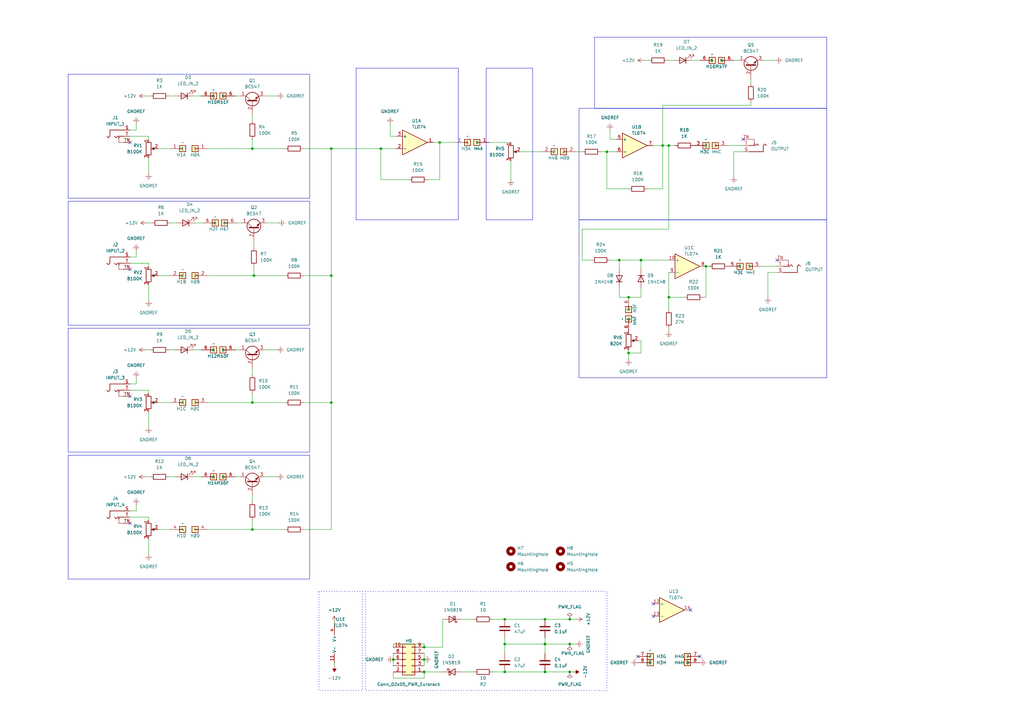
<source format=kicad_sch>
(kicad_sch (version 20230121) (generator eeschema)
  (paper "A3")
  (lib_symbols
    (symbol "Amplifier_Operational:TL074" (pin_names (offset 0.127))
      (property "Reference" "U" (at 0 5.08 0))
      (property "Value" "TL074" (at 0 -5.08 0))
      (symbol "TL074_1_1"
        (pin output line (at 7.62 0 180) (length 2.54) (name "~") (number "1"))
        (pin input line (at -7.62 -2.54 0) (length 2.54) (name "-") (number "2"))
        (pin input line (at -7.62 2.54 0) (length 2.54) (name "+") (number "3"))
      )
      (symbol "TL074_2_1"
        (pin input line (at -7.62 2.54 0) (length 2.54) (name "+") (number "5"))
        (pin input line (at -7.62 -2.54 0) (length 2.54) (name "-") (number "6"))
        (pin output line (at 7.62 0 180) (length 2.54) (name "~") (number "7"))
      )
      (symbol "TL074_3_1"
        (pin input line (at -7.62 2.54 0) (length 2.54) (name "+") (number "10"))
        (pin output line (at 7.62 0 180) (length 2.54) (name "~") (number "8"))
        (pin input line (at -7.62 -2.54 0) (length 2.54) (name "-") (number "9"))
      )
      (symbol "TL074_4_1"
        (pin input line (at -7.62 2.54 0) (length 2.54) (name "+") (number "12"))
        (pin input line (at -7.62 -2.54 0) (length 2.54) (name "-") (number "13"))
        (pin output line (at 7.62 0 180) (length 2.54) (name "~") (number "14"))
      )
      (symbol "TL074_5_1"
        (pin power_in line (at -2.54 -7.62 90) (length 3.81) (name "V-") (number "11"))
        (pin power_in line (at -2.54 7.62 270) (length 3.81) (name "V+") (number "4"))
      )
    )
    (symbol "Device:C" (pin_numbers hide) (pin_names (offset 0.254))
      (property "Reference" "C" (at 0.635 2.54 0))
      (property "Value" "C" (at 0.635 -2.54 0))
      (symbol "C_1_1"
        (pin passive line (at 0 3.81 270) (length 2.794) (name "~") (number "1"))
        (pin passive line (at 0 -3.81 90) (length 2.794) (name "~") (number "2"))
      )
    )
    (symbol "Device:LED" (pin_numbers hide) (pin_names (offset 1.016) hide)
      (property "Reference" "D" (at 0 2.54 0))
      (property "Value" "LED" (at 0 -2.54 0))
      (symbol "LED_1_1"
        (pin passive line (at -3.81 0 0) (length 2.54) (name "K") (number "1"))
        (pin passive line (at 3.81 0 180) (length 2.54) (name "A") (number "2"))
      )
    )
    (symbol "Device:R" (pin_numbers hide) (pin_names (offset 0))
      (property "Reference" "R" (at 2.032 0 90))
      (property "Value" "R" (at 0 0 90))
      (symbol "R_1_1"
        (pin passive line (at 0 3.81 270) (length 1.27) (name "~") (number "1"))
        (pin passive line (at 0 -3.81 90) (length 1.27) (name "~") (number "2"))
      )
    )
    (symbol "Device:R_Potentiometer" (pin_names (offset 1.016) hide)
      (property "Reference" "RV" (at -4.445 0 90))
      (property "Value" "R_Potentiometer" (at -2.54 0 90))
      (symbol "R_Potentiometer_1_1"
        (pin passive line (at 0 3.81 270) (length 1.27) (name "1") (number "1"))
        (pin passive line (at 3.81 0 180) (length 1.27) (name "2") (number "2"))
        (pin passive line (at 0 -3.81 90) (length 1.27) (name "3") (number "3"))
      )
    )
    (symbol "Diode:1N4148" (pin_numbers hide) (pin_names hide)
      (property "Reference" "D" (at 0 2.54 0))
      (property "Value" "1N4148" (at 0 -2.54 0))
      (symbol "1N4148_1_1"
        (pin passive line (at -3.81 0 0) (length 2.54) (name "K") (number "1"))
        (pin passive line (at 3.81 0 180) (length 2.54) (name "A") (number "2"))
      )
    )
    (symbol "Diode:1N5819" (pin_numbers hide) (pin_names (offset 1.016) hide)
      (property "Reference" "D" (at 0 2.54 0))
      (property "Value" "1N5819" (at 0 -2.54 0))
      (symbol "1N5819_1_1"
        (pin passive line (at -3.81 0 0) (length 2.54) (name "K") (number "1"))
        (pin passive line (at 3.81 0 180) (length 2.54) (name "A") (number "2"))
      )
    )
    (symbol "Mechanical:MountingHole" (pin_names (offset 1.016))
      (property "Reference" "H" (at 0 5.08 0))
      (property "Value" "MountingHole" (at 0 3.175 0))
    )
    (symbol "Synth_Custom:AudioJack2_PJ398SM"
      (property "Reference" "J" (at 0 8.89 0))
      (property "Value" "AudioJack2_PJ398SM" (at 0 6.35 0))
      (symbol "AudioJack2_PJ398SM_1_1"
        (pin passive line (at 5.08 2.54 180) (length 2.54) (name "~") (number "S"))
        (pin passive line (at 5.08 0 180) (length 2.54) (name "~") (number "T"))
        (pin passive line (at 5.08 -2.54 180) (length 2.54) (name "~") (number "TN"))
      )
    )
    (symbol "Synth_Custom:CONN_Header_01x08"
      (property "Reference" "H" (at 2.54 0 0))
      (symbol "CONN_Header_01x08_1_1"
        (pin passive line (at -5.08 0 0) (length 3.81) (name "1") (number "1"))
      )
      (symbol "CONN_Header_01x08_2_1"
        (pin passive line (at -5.08 0 0) (length 3.81) (name "2") (number "2"))
      )
      (symbol "CONN_Header_01x08_3_1"
        (pin passive line (at -5.08 0 0) (length 3.81) (name "3") (number "3"))
      )
      (symbol "CONN_Header_01x08_4_1"
        (pin passive line (at -5.08 0 0) (length 3.81) (name "4") (number "4"))
      )
      (symbol "CONN_Header_01x08_5_1"
        (pin passive line (at -5.08 0 0) (length 3.81) (name "5") (number "5"))
      )
      (symbol "CONN_Header_01x08_6_1"
        (pin passive line (at -5.08 0 0) (length 3.81) (name "6") (number "6"))
      )
      (symbol "CONN_Header_01x08_7_1"
        (pin passive line (at -5.08 0 0) (length 3.81) (name "7") (number "7"))
      )
      (symbol "CONN_Header_01x08_8_1"
        (pin passive line (at -5.08 0 0) (length 3.81) (name "8") (number "8"))
      )
    )
    (symbol "Synth_Custom:CONN_Socket_01x08"
      (property "Reference" "H" (at 2.54 0 0))
      (symbol "CONN_Socket_01x08_1_1"
        (pin passive line (at -5.08 0 0) (length 3.81) (name "1") (number "1"))
      )
      (symbol "CONN_Socket_01x08_2_1"
        (pin passive line (at -5.08 0 0) (length 3.81) (name "2") (number "2"))
      )
      (symbol "CONN_Socket_01x08_3_1"
        (pin passive line (at -5.08 0 0) (length 3.81) (name "3") (number "3"))
      )
      (symbol "CONN_Socket_01x08_4_1"
        (pin passive line (at -5.08 0 0) (length 3.81) (name "4") (number "4"))
      )
      (symbol "CONN_Socket_01x08_5_1"
        (pin passive line (at -5.08 0 0) (length 3.81) (name "5") (number "5"))
      )
      (symbol "CONN_Socket_01x08_6_1"
        (pin passive line (at -5.08 0 0) (length 3.81) (name "6") (number "6"))
      )
      (symbol "CONN_Socket_01x08_7_1"
        (pin passive line (at -5.08 0 0) (length 3.81) (name "7") (number "7"))
      )
      (symbol "CONN_Socket_01x08_8_1"
        (pin passive line (at -5.08 0 0) (length 3.81) (name "8") (number "8"))
      )
    )
    (symbol "Synth_Custom:Conn_02x05_PWR_Eurorack" (pin_names (offset 1.016) hide)
      (property "Reference" "H" (at 0 7.62 0))
      (property "Value" "Conn_02x05_PWR_Eurorack" (at 1.27 -7.62 0))
      (symbol "Conn_02x05_PWR_Eurorack_1_1"
        (pin passive line (at -6.35 5.08 0) (length 3.81) (name "Pin_1") (number "1"))
        (pin passive line (at 6.35 -5.08 180) (length 3.81) (name "Pin_10") (number "10"))
        (pin passive line (at 6.35 5.08 180) (length 3.81) (name "Pin_2") (number "2"))
        (pin passive line (at -6.35 2.54 0) (length 3.81) (name "Pin_3") (number "3"))
        (pin passive line (at 6.35 2.54 180) (length 3.81) (name "Pin_4") (number "4"))
        (pin passive line (at -6.35 0 0) (length 3.81) (name "Pin_5") (number "5"))
        (pin passive line (at 6.35 0 180) (length 3.81) (name "Pin_6") (number "6"))
        (pin passive line (at -6.35 -2.54 0) (length 3.81) (name "Pin_7") (number "7"))
        (pin passive line (at 6.35 -2.54 180) (length 3.81) (name "Pin_8") (number "8"))
        (pin passive line (at -6.35 -5.08 0) (length 3.81) (name "Pin_9") (number "9"))
      )
    )
    (symbol "Transistor_BJT:BC547" (pin_names (offset 0) hide)
      (property "Reference" "Q" (at 5.08 1.905 0))
      (property "Value" "BC547" (at 5.08 0 0))
      (symbol "BC547_1_1"
        (pin passive line (at 2.54 5.08 270) (length 2.54) (name "C") (number "1"))
        (pin input line (at -5.08 0 0) (length 5.08) (name "B") (number "2"))
        (pin passive line (at 2.54 -5.08 90) (length 2.54) (name "E") (number "3"))
      )
    )
    (symbol "power:+12V" (power) (pin_names (offset 0))
      (property "Value" "+12V" (at 0 3.556 0))
      (symbol "+12V_1_1"
        (pin power_in line (at 0 0 90) (length 0) hide (name "+12V") (number "1"))
      )
    )
    (symbol "power:-12V" (power) (pin_names (offset 0))
      (property "Value" "-12V" (at 0 3.81 0))
      (symbol "-12V_0_0"
        (pin power_in line (at 0 0 90) (length 0) hide (name "-12V") (number "1"))
      )
    )
    (symbol "power:GNDREF" (power) (pin_names (offset 0))
      (property "Value" "GNDREF" (at 0 -3.81 0))
      (symbol "GNDREF_1_1"
        (pin power_in line (at 0 0 270) (length 0) hide (name "GNDREF") (number "1"))
      )
    )
    (symbol "power:PWR_FLAG" (power) (pin_numbers hide) (pin_names (offset 0) hide)
      (property "Value" "PWR_FLAG" (at 0 3.81 0))
      (symbol "PWR_FLAG_0_0"
        (pin power_out line (at 0 0 90) (length 0) (name "pwr") (number "1"))
      )
    )
  )
  (junction (at 104.14 113.03))
  (junction (at 207.01 275.59))
  (junction (at 207.01 254))
  (junction (at 103.505 60.96))
  (junction (at 135.89 60.96))
  (junction (at 207.01 264.16))
  (junction (at 223.52 275.59))
  (junction (at 173.99 275.59))
  (junction (at 233.68 275.59))
  (junction (at 223.52 264.16))
  (junction (at 233.68 254))
  (junction (at 223.52 254))
  (junction (at 257.81 121.92))
  (junction (at 173.99 265.43))
  (junction (at 262.89 106.68))
  (junction (at 274.32 59.69))
  (junction (at 289.56 109.22))
  (junction (at 257.81 144.78))
  (junction (at 156.21 60.96))
  (junction (at 274.32 121.92))
  (junction (at 254 106.68))
  (junction (at 103.505 165.1))
  (junction (at 248.92 62.23))
  (junction (at 271.78 59.69))
  (junction (at 173.99 270.51))
  (junction (at 233.68 264.16))
  (junction (at 135.89 165.1))
  (junction (at 103.505 217.17))
  (junction (at 161.29 270.51))
  (junction (at 135.89 113.03))
  (junction (at 180.34 58.42))
  (no_connect (at 304.8 57.15))
  (no_connect (at 267.97 247.65))
  (no_connect (at 53.34 214.63))
  (no_connect (at 53.34 162.56))
  (no_connect (at 283.21 250.19))
  (no_connect (at 261.62 269.24))
  (no_connect (at 53.34 110.49))
  (no_connect (at 53.34 58.42))
  (no_connect (at 318.77 106.68))
  (no_connect (at 267.97 252.73))
  (no_connect (at 287.02 269.24))
  (wire (pts (xy 137.16 271.78) (xy 137.16 273.05)))
  (wire (pts (xy 53.34 160.02) (xy 60.96 160.02)))
  (wire (pts (xy 60.96 160.02) (xy 60.96 161.29)))
  (wire (pts (xy 167.64 73.66) (xy 156.21 73.66)))
  (wire (pts (xy 55.88 154.94) (xy 55.88 157.48)))
  (wire (pts (xy 85.09 217.17) (xy 103.505 217.17)))
  (wire (pts (xy 55.88 207.01) (xy 55.88 209.55)))
  (wire (pts (xy 307.975 43.18) (xy 307.975 41.91)))
  (wire (pts (xy 246.38 62.23) (xy 248.92 62.23)))
  (wire (pts (xy 60.96 64.77) (xy 60.96 71.12)))
  (wire (pts (xy 61.595 39.37) (xy 59.69 39.37)))
  (wire (pts (xy 69.85 91.44) (xy 72.39 91.44)))
  (wire (pts (xy 173.99 267.97) (xy 173.99 270.51)))
  (wire (pts (xy 60.96 212.09) (xy 60.96 213.36)))
  (wire (pts (xy 274.32 127) (xy 274.32 121.92)))
  (wire (pts (xy 104.14 99.06) (xy 104.14 101.6)))
  (wire (pts (xy 103.505 151.13) (xy 103.505 153.67)))
  (wire (pts (xy 207.01 275.59) (xy 223.52 275.59)))
  (wire (pts (xy 61.595 143.51) (xy 59.69 143.51)))
  (wire (pts (xy 300.99 62.23) (xy 300.99 72.39)))
  (wire (pts (xy 124.46 165.1) (xy 135.89 165.1)))
  (wire (pts (xy 103.505 213.36) (xy 103.505 217.17)))
  (wire (pts (xy 103.505 60.96) (xy 116.84 60.96)))
  (wire (pts (xy 79.375 143.51) (xy 82.55 143.51)))
  (wire (pts (xy 103.505 46.99) (xy 103.505 49.53)))
  (wire (pts (xy 69.215 195.58) (xy 71.755 195.58)))
  (wire (pts (xy 109.22 91.44) (xy 114.3 91.44)))
  (wire (pts (xy 103.505 217.17) (xy 116.84 217.17)))
  (wire (pts (xy 257.81 143.51) (xy 257.81 144.78)))
  (wire (pts (xy 60.96 116.84) (xy 60.96 123.19)))
  (wire (pts (xy 55.88 50.8) (xy 55.88 53.34)))
  (wire (pts (xy 238.76 106.68) (xy 242.57 106.68)))
  (wire (pts (xy 135.89 60.96) (xy 156.21 60.96)))
  (wire (pts (xy 280.67 121.92) (xy 274.32 121.92)))
  (wire (pts (xy 103.505 57.15) (xy 103.505 60.96)))
  (wire (pts (xy 273.685 24.765) (xy 276.225 24.765)))
  (wire (pts (xy 53.34 209.55) (xy 55.88 209.55)))
  (wire (pts (xy 79.375 39.37) (xy 82.55 39.37)))
  (wire (pts (xy 104.14 109.22) (xy 104.14 113.03)))
  (wire (pts (xy 62.23 91.44) (xy 60.325 91.44)))
  (wire (pts (xy 64.77 60.96) (xy 69.85 60.96)))
  (wire (pts (xy 271.78 43.18) (xy 307.975 43.18)))
  (wire (pts (xy 108.585 195.58) (xy 113.665 195.58)))
  (wire (pts (xy 180.34 58.42) (xy 177.8 58.42)))
  (wire (pts (xy 173.99 275.59) (xy 173.99 278.13)))
  (wire (pts (xy 223.52 275.59) (xy 233.68 275.59)))
  (wire (pts (xy 180.34 58.42) (xy 186.69 58.42)))
  (wire (pts (xy 250.19 106.68) (xy 254 106.68)))
  (wire (pts (xy 173.99 278.13) (xy 161.29 278.13)))
  (wire (pts (xy 60.96 168.91) (xy 60.96 175.26)))
  (wire (pts (xy 223.52 264.16) (xy 233.68 264.16)))
  (wire (pts (xy 53.34 55.88) (xy 60.96 55.88)))
  (wire (pts (xy 289.56 109.22) (xy 290.83 109.22)))
  (wire (pts (xy 79.375 195.58) (xy 82.55 195.58)))
  (wire (pts (xy 96.52 39.37) (xy 98.425 39.37)))
  (wire (pts (xy 108.585 39.37) (xy 113.665 39.37)))
  (wire (pts (xy 304.8 62.23) (xy 300.99 62.23)))
  (wire (pts (xy 96.52 143.51) (xy 98.425 143.51)))
  (wire (pts (xy 53.34 105.41) (xy 55.88 105.41)))
  (wire (pts (xy 124.46 113.03) (xy 135.89 113.03)))
  (wire (pts (xy 175.26 73.66) (xy 180.34 73.66)))
  (wire (pts (xy 189.23 275.59) (xy 194.31 275.59)))
  (wire (pts (xy 274.32 134.62) (xy 274.32 135.89)))
  (wire (pts (xy 274.32 93.98) (xy 238.76 93.98)))
  (wire (pts (xy 137.16 255.27) (xy 137.16 256.54)))
  (wire (pts (xy 262.89 118.11) (xy 262.89 121.92)))
  (wire (pts (xy 207.01 261.62) (xy 207.01 264.16)))
  (wire (pts (xy 209.55 66.04) (xy 209.55 73.66)))
  (wire (pts (xy 97.155 91.44) (xy 99.06 91.44)))
  (wire (pts (xy 248.92 62.23) (xy 252.73 62.23)))
  (wire (pts (xy 173.99 264.16) (xy 173.99 265.43)))
  (wire (pts (xy 96.52 195.58) (xy 98.425 195.58)))
  (wire (pts (xy 162.56 55.88) (xy 160.02 55.88)))
  (wire (pts (xy 233.68 275.59) (xy 234.95 275.59)))
  (wire (pts (xy 262.89 139.7) (xy 262.89 144.78)))
  (wire (pts (xy 283.845 24.765) (xy 287.02 24.765)))
  (wire (pts (xy 69.215 143.51) (xy 71.755 143.51)))
  (wire (pts (xy 271.78 59.69) (xy 274.32 59.69)))
  (wire (pts (xy 80.01 91.44) (xy 83.185 91.44)))
  (wire (pts (xy 135.89 217.17) (xy 135.89 165.1)))
  (wire (pts (xy 64.77 113.03) (xy 69.85 113.03)))
  (wire (pts (xy 161.29 267.97) (xy 161.29 270.51)))
  (wire (pts (xy 180.34 73.66) (xy 180.34 58.42)))
  (wire (pts (xy 53.34 212.09) (xy 60.96 212.09)))
  (wire (pts (xy 271.78 43.18) (xy 271.78 59.69)))
  (wire (pts (xy 103.505 161.29) (xy 103.505 165.1)))
  (wire (pts (xy 300.99 24.765) (xy 302.895 24.765)))
  (wire (pts (xy 312.42 109.22) (xy 318.77 109.22)))
  (wire (pts (xy 250.19 57.15) (xy 250.19 53.34)))
  (wire (pts (xy 64.77 217.17) (xy 69.85 217.17)))
  (wire (pts (xy 248.92 77.47) (xy 248.92 62.23)))
  (wire (pts (xy 223.52 254) (xy 233.68 254)))
  (wire (pts (xy 55.88 102.87) (xy 55.88 105.41)))
  (wire (pts (xy 313.055 24.765) (xy 318.135 24.765)))
  (wire (pts (xy 271.78 59.69) (xy 271.78 77.47)))
  (wire (pts (xy 156.21 60.96) (xy 162.56 60.96)))
  (wire (pts (xy 53.34 53.34) (xy 55.88 53.34)))
  (wire (pts (xy 274.32 59.69) (xy 276.86 59.69)))
  (wire (pts (xy 266.065 24.765) (xy 264.16 24.765)))
  (wire (pts (xy 274.32 121.92) (xy 274.32 111.76)))
  (wire (pts (xy 233.68 264.16) (xy 236.22 264.16)))
  (wire (pts (xy 262.89 144.78) (xy 257.81 144.78)))
  (wire (pts (xy 262.89 110.49) (xy 262.89 106.68)))
  (wire (pts (xy 173.99 265.43) (xy 181.61 265.43)))
  (wire (pts (xy 252.73 57.15) (xy 250.19 57.15)))
  (wire (pts (xy 271.78 77.47) (xy 265.43 77.47)))
  (wire (pts (xy 161.29 264.16) (xy 173.99 264.16)))
  (wire (pts (xy 104.14 113.03) (xy 116.84 113.03)))
  (wire (pts (xy 108.585 143.51) (xy 113.665 143.51)))
  (wire (pts (xy 156.21 73.66) (xy 156.21 60.96)))
  (wire (pts (xy 298.45 59.69) (xy 304.8 59.69)))
  (wire (pts (xy 207.01 264.16) (xy 207.01 267.97)))
  (wire (pts (xy 267.97 59.69) (xy 271.78 59.69)))
  (wire (pts (xy 181.61 265.43) (xy 181.61 254)))
  (wire (pts (xy 257.81 77.47) (xy 248.92 77.47)))
  (wire (pts (xy 85.09 165.1) (xy 103.505 165.1)))
  (wire (pts (xy 254 118.11) (xy 254 121.92)))
  (wire (pts (xy 201.93 275.59) (xy 207.01 275.59)))
  (wire (pts (xy 53.34 157.48) (xy 55.88 157.48)))
  (wire (pts (xy 257.81 144.78) (xy 257.81 147.32)))
  (wire (pts (xy 314.96 111.76) (xy 314.96 121.92)))
  (wire (pts (xy 124.46 217.17) (xy 135.89 217.17)))
  (wire (pts (xy 201.93 254) (xy 207.01 254)))
  (wire (pts (xy 161.29 265.43) (xy 161.29 264.16)))
  (wire (pts (xy 53.34 107.95) (xy 60.96 107.95)))
  (wire (pts (xy 233.68 254) (xy 236.22 254)))
  (wire (pts (xy 85.09 113.03) (xy 104.14 113.03)))
  (wire (pts (xy 69.215 39.37) (xy 71.755 39.37)))
  (wire (pts (xy 173.99 270.51) (xy 173.99 273.05)))
  (wire (pts (xy 254 106.68) (xy 262.89 106.68)))
  (wire (pts (xy 262.89 106.68) (xy 274.32 106.68)))
  (wire (pts (xy 207.01 264.16) (xy 223.52 264.16)))
  (wire (pts (xy 189.23 254) (xy 194.31 254)))
  (wire (pts (xy 60.96 220.98) (xy 60.96 227.33)))
  (wire (pts (xy 254 106.68) (xy 254 110.49)))
  (wire (pts (xy 61.595 195.58) (xy 59.69 195.58)))
  (wire (pts (xy 223.52 264.16) (xy 223.52 267.97)))
  (wire (pts (xy 60.96 55.88) (xy 60.96 57.15)))
  (wire (pts (xy 160.02 55.88) (xy 160.02 50.8)))
  (wire (pts (xy 288.29 121.92) (xy 289.56 121.92)))
  (wire (pts (xy 135.89 60.96) (xy 135.89 113.03)))
  (wire (pts (xy 223.52 261.62) (xy 223.52 264.16)))
  (wire (pts (xy 64.77 165.1) (xy 69.85 165.1)))
  (wire (pts (xy 289.56 109.22) (xy 289.56 121.92)))
  (wire (pts (xy 213.36 62.23) (xy 222.25 62.23)))
  (wire (pts (xy 236.22 62.23) (xy 238.76 62.23)))
  (wire (pts (xy 200.66 58.42) (xy 209.55 58.42)))
  (wire (pts (xy 274.32 59.69) (xy 274.32 93.98)))
  (wire (pts (xy 135.89 113.03) (xy 135.89 165.1)))
  (wire (pts (xy 85.09 60.96) (xy 103.505 60.96)))
  (wire (pts (xy 161.29 270.51) (xy 161.29 273.05)))
  (wire (pts (xy 238.76 93.98) (xy 238.76 106.68)))
  (wire (pts (xy 103.505 203.2) (xy 103.505 205.74)))
  (wire (pts (xy 254 121.92) (xy 257.81 121.92)))
  (wire (pts (xy 124.46 60.96) (xy 135.89 60.96)))
  (wire (pts (xy 60.96 107.95) (xy 60.96 109.22)))
  (wire (pts (xy 262.89 139.7) (xy 261.62 139.7)))
  (wire (pts (xy 307.975 32.385) (xy 307.975 34.29)))
  (wire (pts (xy 318.77 111.76) (xy 314.96 111.76)))
  (wire (pts (xy 173.99 275.59) (xy 181.61 275.59)))
  (wire (pts (xy 161.29 278.13) (xy 161.29 275.59)))
  (wire (pts (xy 207.01 254) (xy 223.52 254)))
  (wire (pts (xy 103.505 165.1) (xy 116.84 165.1)))
  (wire (pts (xy 257.81 121.92) (xy 262.89 121.92)))
  (rectangle (start 27.94 186.69) (end 127 237.49))
  (rectangle (start 237.49 90.17) (end 339.09 154.94))
  (rectangle (start 27.94 82.55) (end 127 133.35))
  (rectangle (start 149.86 242.57) (end 248.92 283.21) (stroke (width 0.25) (type dot)))
  (rectangle (start 199.39 27.94) (end 218.44 90.17))
  (rectangle (start 237.49 44.45) (end 339.09 90.17))
  (rectangle (start 146.05 27.94) (end 187.96 90.17))
  (rectangle (start 130.81 242.57) (end 148.59 283.21) (stroke (width 0.25) (type dot)))
  (rectangle (start 27.94 30.48) (end 127 81.28))
  (rectangle (start 27.94 134.62) (end 127 185.42))
  (rectangle (start 243.84 15.24) (end 339.09 44.45))
  (symbol (lib_id "Transistor_BJT:BC547") (at 104.14 93.98 90) (unit 1)
    (property "Reference" "Q2" (at 104.14 85.09 90))
    (property "Value" "BC547" (at 104.14 87.63 90))
    (property "Footprint" "Package_TO_SOT_THT:TO-92_Inline" (effects hide))
    (property "Datasheet" "https://www.onsemi.com/pub/Collateral/BC550-D.pdf" (effects hide))
  )
  (symbol (lib_id "power:GNDREF") (at 209.55 73.66 0) (unit 1)
    (property "Reference" "#PWR031" (effects hide))
    (property "Value" "GNDREF" (at 209.55 78.74 0))
  )
  (symbol (lib_id "power:+12V") (at 59.69 143.51 90) (unit 1)
    (property "Reference" "#PWR012" (effects hide))
    (property "Value" "+12V" (at 55.88 143.51 90) (effects (justify left)))
  )
  (symbol (lib_id "Device:R_Potentiometer") (at 209.55 62.23 0) (unit 1)
    (property "Reference" "RV5" (at 207.01 60.96 0) (effects (justify right)))
    (property "Value" "B100K" (at 207.01 63.5 0) (effects (justify right)))
    (property "Footprint" "Potentiometer_THT:Potentiometer_TT_P0915N" (effects hide))
  )
  (symbol (lib_id "power:-12V") (at 234.95 275.59 270) (unit 1)
    (property "Reference" "#PWR02" (effects hide))
    (property "Value" "-12V" (at 240.03 275.59 0))
  )
  (symbol (lib_id "Synth_Custom:CONN_Socket_01x08") (at 257.81 127 270) (unit 6)
    (property "Reference" "H3" (at 260.35 124.46 0) (effects (justify left)))
    (property "Value" "~" (at 260.35 127 0))
    (property "Footprint" "synth-custom:PinSocket_1x08_P2.00mm_Vertical" (effects hide))
  )
  (symbol (lib_id "Mechanical:MountingHole") (at 209.55 226.06 0) (unit 1)
    (property "Reference" "H7" (at 212.09 224.79 0) (effects (justify left)))
    (property "Value" "MountingHole" (at 212.09 227.33 0) (effects (justify left)))
    (property "Footprint" "MountingHole:MountingHole_3.5mm" (effects hide))
  )
  (symbol (lib_id "power:GNDREF") (at 55.88 154.94 180) (unit 1)
    (property "Reference" "#PWR08" (effects hide))
    (property "Value" "GNDREF" (at 55.88 149.86 0))
  )
  (symbol (lib_id "power:+12V") (at 59.69 39.37 90) (unit 1)
    (property "Reference" "#PWR013" (effects hide))
    (property "Value" "+12V" (at 55.88 39.37 90) (effects (justify left)))
  )
  (symbol (lib_id "power:GNDREF") (at 60.96 71.12 0) (unit 1)
    (property "Reference" "#PWR014" (effects hide))
    (property "Value" "GNDREF" (at 60.96 76.2 0))
  )
  (symbol (lib_id "Synth_Custom:CONN_Socket_01x08") (at 195.58 58.42 180) (unit 1)
    (property "Reference" "H4" (at 198.12 60.96 0) (effects (justify left)))
    (property "Value" "~" (at 195.58 60.96 0))
    (property "Footprint" "synth-custom:PinHeader_1x08_P2.00mm_Vertical" (effects hide))
  )
  (symbol (lib_id "Amplifier_Operational:TL074") (at 281.94 109.22 0) (unit 3)
    (property "Reference" "U1" (at 280.67 101.6 0) (effects (justify left)))
    (property "Value" "TL074" (at 280.67 104.14 0) (effects (justify left)))
    (property "Footprint" "Package_DIP:DIP-14_W7.62mm_Socket_LongPads" (effects hide))
    (property "Datasheet" "http://www.ti.com/lit/ds/symlink/tl071.pdf" (effects hide))
  )
  (symbol (lib_id "Synth_Custom:CONN_Header_01x08") (at 74.93 217.17 0) (unit 4)
    (property "Reference" "H1" (at 72.39 219.71 0) (effects (justify left)))
    (property "Value" "~" (at 74.93 214.63 0))
    (property "Footprint" "synth-custom:PinHeader_1x08_P2.00mm_Vertical" (effects hide))
  )
  (symbol (lib_id "Synth_Custom:CONN_Socket_01x08") (at 293.37 59.69 180) (unit 3)
    (property "Reference" "H4" (at 295.91 62.23 0) (effects (justify left)))
    (property "Value" "~" (at 293.37 62.23 0))
    (property "Footprint" "synth-custom:PinHeader_1x08_P2.00mm_Vertical" (effects hide))
  )
  (symbol (lib_id "Device:R") (at 103.505 157.48 180) (unit 1)
    (property "Reference" "R10" (at 106.045 156.21 0) (effects (justify right)))
    (property "Value" "100K" (at 106.045 158.75 0) (effects (justify right)))
    (property "Footprint" "synth-custom:R_Axial_DIN0207_L6.3mm_D2.5mm_P7.62mm_Horizontal" (effects hide))
  )
  (symbol (lib_id "Device:R") (at 103.505 209.55 180) (unit 1)
    (property "Reference" "R13" (at 106.045 208.28 0) (effects (justify right)))
    (property "Value" "100K" (at 106.045 210.82 0) (effects (justify right)))
    (property "Footprint" "synth-custom:R_Axial_DIN0207_L6.3mm_D2.5mm_P7.62mm_Horizontal" (effects hide))
  )
  (symbol (lib_id "power:+12V") (at 264.16 24.765 90) (unit 1)
    (property "Reference" "#PWR033" (effects hide))
    (property "Value" "+12V" (at 260.35 24.765 90) (effects (justify left)))
  )
  (symbol (lib_id "Mechanical:MountingHole") (at 229.87 232.41 0) (unit 1)
    (property "Reference" "H5" (at 232.41 231.14 0) (effects (justify left)))
    (property "Value" "MountingHole" (at 232.41 233.68 0) (effects (justify left)))
    (property "Footprint" "MountingHole:MountingHole_2.5mm" (effects hide))
  )
  (symbol (lib_id "Diode:1N5819") (at 185.42 275.59 0) (unit 1)
    (property "Reference" "D2" (at 185.1025 269.24 0))
    (property "Value" "1N5819" (at 185.1025 271.78 0))
    (property "Footprint" "Diode_THT:D_DO-41_SOD81_P10.16mm_Horizontal" (effects hide))
    (property "Datasheet" "http://www.vishay.com/docs/88525/1n5817.pdf" (effects hide))
  )
  (symbol (lib_id "Device:R") (at 120.65 113.03 90) (unit 1)
    (property "Reference" "R8" (at 120.65 106.68 90))
    (property "Value" "100K" (at 120.65 109.22 90))
    (property "Footprint" "synth-custom:R_Axial_DIN0207_L6.3mm_D2.5mm_P7.62mm_Horizontal" (effects hide))
  )
  (symbol (lib_id "Synth_Custom:CONN_Socket_01x08") (at 88.265 91.44 0) (unit 6)
    (property "Reference" "H2" (at 85.725 93.98 0) (effects (justify left)))
    (property "Value" "~" (at 88.265 88.9 0))
    (property "Footprint" "synth-custom:PinSocket_1x08_P2.00mm_Vertical" (effects hide))
  )
  (symbol (lib_id "power:+12V") (at 59.69 195.58 90) (unit 1)
    (property "Reference" "#PWR020" (effects hide))
    (property "Value" "+12V" (at 55.88 195.58 90) (effects (justify left)))
  )
  (symbol (lib_id "Device:R_Potentiometer") (at 60.96 60.96 0) (unit 1)
    (property "Reference" "RV1" (at 58.42 59.69 0) (effects (justify right)))
    (property "Value" "B100K" (at 58.42 62.23 0) (effects (justify right)))
    (property "Footprint" "Potentiometer_THT:Potentiometer_TT_P0915N" (effects hide))
  )
  (symbol (lib_id "Amplifier_Operational:TL074") (at 260.35 59.69 0) (unit 2)
    (property "Reference" "U1" (at 259.08 52.07 0) (effects (justify left)))
    (property "Value" "TL074" (at 259.08 54.61 0) (effects (justify left)))
    (property "Footprint" "Package_DIP:DIP-14_W7.62mm_Socket_LongPads" (effects hide))
    (property "Datasheet" "http://www.ti.com/lit/ds/symlink/tl071.pdf" (effects hide))
  )
  (symbol (lib_id "Synth_Custom:Conn_02x05_PWR_Eurorack") (at 167.64 270.51 180) (unit 1)
    (property "Reference" "H9" (at 167.64 262.89 0))
    (property "Value" "Conn_02x05_PWR_Eurorack" (at 167.64 280.67 0))
    (property "Footprint" "synth-custom:CONN_02x05_PWR" (effects hide))
  )
  (symbol (lib_id "power:GNDREF") (at 173.99 270.51 90) (unit 1)
    (property "Reference" "#PWR027" (effects hide))
    (property "Value" "GNDREF" (at 179.07 270.51 0))
  )
  (symbol (lib_id "Device:R") (at 66.04 91.44 90) (unit 1)
    (property "Reference" "R6" (at 66.04 85.09 90))
    (property "Value" "1K" (at 66.04 87.63 90))
    (property "Footprint" "synth-custom:R_Axial_DIN0207_L6.3mm_D2.5mm_P7.62mm_Horizontal" (effects hide))
  )
  (symbol (lib_id "Device:R") (at 198.12 275.59 90) (unit 1)
    (property "Reference" "R2" (at 198.12 280.67 90))
    (property "Value" "10" (at 198.12 278.13 90))
    (property "Footprint" "synth-custom:R_Axial_DIN0207_L6.3mm_D2.5mm_P7.62mm_Horizontal" (effects hide))
  )
  (symbol (lib_id "Device:R") (at 65.405 39.37 90) (unit 1)
    (property "Reference" "R3" (at 65.405 33.02 90))
    (property "Value" "1K" (at 65.405 35.56 90))
    (property "Footprint" "synth-custom:R_Axial_DIN0207_L6.3mm_D2.5mm_P7.62mm_Horizontal" (effects hide))
  )
  (symbol (lib_id "power:PWR_FLAG") (at 233.68 254 0) (unit 1)
    (property "Reference" "#FLG01" (effects hide))
    (property "Value" "PWR_FLAG" (at 233.68 248.92 0))
  )
  (symbol (lib_id "Device:R") (at 120.65 217.17 90) (unit 1)
    (property "Reference" "R14" (at 120.65 210.82 90))
    (property "Value" "100K" (at 120.65 213.36 90))
    (property "Footprint" "synth-custom:R_Axial_DIN0207_L6.3mm_D2.5mm_P7.62mm_Horizontal" (effects hide))
  )
  (symbol (lib_id "Diode:1N5819") (at 185.42 254 180) (unit 1)
    (property "Reference" "D1" (at 185.7375 247.65 0))
    (property "Value" "1N5819" (at 185.7375 250.19 0))
    (property "Footprint" "Diode_THT:D_DO-41_SOD81_P10.16mm_Horizontal" (effects hide))
    (property "Datasheet" "http://www.vishay.com/docs/88525/1n5817.pdf" (effects hide))
  )
  (symbol (lib_id "Transistor_BJT:BC547") (at 103.505 198.12 90) (unit 1)
    (property "Reference" "Q4" (at 103.505 189.23 90))
    (property "Value" "BC547" (at 103.505 191.77 90))
    (property "Footprint" "Package_TO_SOT_THT:TO-92_Inline" (effects hide))
    (property "Datasheet" "https://www.onsemi.com/pub/Collateral/BC550-D.pdf" (effects hide))
  )
  (symbol (lib_id "Device:R") (at 246.38 106.68 90) (unit 1)
    (property "Reference" "R24" (at 246.38 100.33 90))
    (property "Value" "100K" (at 246.38 102.87 90))
    (property "Footprint" "synth-custom:R_Axial_DIN0207_L6.3mm_D2.5mm_P7.62mm_Horizontal" (effects hide))
  )
  (symbol (lib_id "Synth_Custom:CONN_Socket_01x08") (at 87.63 195.58 0) (unit 6)
    (property "Reference" "H14" (at 85.09 198.12 0) (effects (justify left)))
    (property "Value" "~" (at 87.63 193.04 0))
    (property "Footprint" "synth-custom:PinSocket_1x08_P2.00mm_Vertical" (effects hide))
  )
  (symbol (lib_id "Device:R") (at 120.65 60.96 90) (unit 1)
    (property "Reference" "R5" (at 120.65 54.61 90))
    (property "Value" "100K" (at 120.65 57.15 90))
    (property "Footprint" "synth-custom:R_Axial_DIN0207_L6.3mm_D2.5mm_P7.62mm_Horizontal" (effects hide))
  )
  (symbol (lib_id "Device:C") (at 223.52 271.78 0) (unit 1)
    (property "Reference" "C4" (at 227.33 270.51 0) (effects (justify left)))
    (property "Value" "0.1uF" (at 227.33 273.05 0) (effects (justify left)))
    (property "Footprint" "Capacitor_THT:CP_Radial_D4.0mm_P2.00mm" (effects hide))
  )
  (symbol (lib_id "power:GNDREF") (at 250.19 53.34 180) (unit 1)
    (property "Reference" "#PWR030" (effects hide))
    (property "Value" "GNDREF" (at 250.19 48.26 0))
  )
  (symbol (lib_id "power:GNDREF") (at 314.96 121.92 0) (unit 1)
    (property "Reference" "#PWR024" (effects hide))
    (property "Value" "GNDREF" (at 314.96 127 0))
  )
  (symbol (lib_id "power:GNDREF") (at 318.135 24.765 90) (unit 1)
    (property "Reference" "#PWR034" (effects hide))
    (property "Value" "GNDREF" (at 321.945 24.765 90) (effects (justify right)))
  )
  (symbol (lib_id "Synth_Custom:CONN_Socket_01x08") (at 231.14 62.23 180) (unit 2)
    (property "Reference" "H3" (at 233.68 64.77 0) (effects (justify left)))
    (property "Value" "~" (at 231.14 64.77 0))
    (property "Footprint" "synth-custom:PinSocket_1x08_P2.00mm_Vertical" (effects hide))
  )
  (symbol (lib_id "power:GNDREF") (at 55.88 50.8 180) (unit 1)
    (property "Reference" "#PWR016" (effects hide))
    (property "Value" "GNDREF" (at 55.88 45.72 0))
  )
  (symbol (lib_id "power:PWR_FLAG") (at 233.68 264.16 180) (unit 1)
    (property "Reference" "#FLG03" (effects hide))
    (property "Value" "PWR_FLAG" (at 234.95 267.97 0))
  )
  (symbol (lib_id "Transistor_BJT:BC547") (at 103.505 146.05 90) (unit 1)
    (property "Reference" "Q3" (at 103.505 137.16 90))
    (property "Value" "BC547" (at 103.505 139.7 90))
    (property "Footprint" "Package_TO_SOT_THT:TO-92_Inline" (effects hide))
    (property "Datasheet" "https://www.onsemi.com/pub/Collateral/BC550-D.pdf" (effects hide))
  )
  (symbol (lib_id "power:GNDREF") (at 236.22 264.16 90) (unit 1)
    (property "Reference" "#PWR03" (effects hide))
    (property "Value" "GNDREF" (at 241.3 264.16 0))
  )
  (symbol (lib_id "Device:LED") (at 280.035 24.765 180) (unit 1)
    (property "Reference" "D7" (at 281.6225 17.145 0))
    (property "Value" "LED_IN_2" (at 281.6225 19.685 0))
    (property "Footprint" "LED_THT:LED_D3.0mm" (effects hide))
  )
  (symbol (lib_id "Synth_Custom:CONN_Socket_01x08") (at 281.94 269.24 180) (unit 7)
    (property "Reference" "H4" (at 280.67 269.24 0) (effects (justify left)))
    (property "Value" "~" (at 281.94 271.78 0))
    (property "Footprint" "synth-custom:PinHeader_1x08_P2.00mm_Vertical" (effects hide))
  )
  (symbol (lib_id "power:GNDREF") (at 113.665 39.37 90) (unit 1)
    (property "Reference" "#PWR015" (effects hide))
    (property "Value" "GNDREF" (at 117.475 39.37 90) (effects (justify right)))
  )
  (symbol (lib_id "Synth_Custom:AudioJack2_PJ398SM") (at 309.88 59.69 180) (unit 1)
    (property "Reference" "J5" (at 316.23 58.4835 0) (effects (justify right)))
    (property "Value" "OUTPUT" (at 316.23 61.0235 0) (effects (justify right)))
    (property "Footprint" "synth-custom:Jack_3.5mm_QingPu_WQP-PJ398SM_Vertical_CircularHoles" (effects hide))
  )
  (symbol (lib_id "Diode:1N4148") (at 262.89 114.3 270) (unit 1)
    (property "Reference" "D9" (at 265.43 113.03 90) (effects (justify left)))
    (property "Value" "1N4148" (at 265.43 115.57 90) (effects (justify left)))
    (property "Footprint" "Diode_THT:D_DO-35_SOD27_P7.62mm_Horizontal" (effects hide))
    (property "Datasheet" "https://assets.nexperia.com/documents/data-sheet/1N4148_1N4448.pdf" (effects hide))
    (property "Sim.Device" "D" (effects hide))
    (property "Sim.Pins" "1=K 2=A" (effects hide))
  )
  (symbol (lib_id "Synth_Custom:CONN_Header_01x08") (at 191.77 58.42 0) (unit 1)
    (property "Reference" "H3" (at 189.23 60.96 0) (effects (justify left)))
    (property "Value" "~" (at 191.77 55.88 0))
    (property "Footprint" "synth-custom:PinSocket_1x08_P2.00mm_Vertical" (effects hide))
  )
  (symbol (lib_id "power:GNDREF") (at 261.62 271.78 270) (unit 1)
    (property "Reference" "#PWR022" (effects hide))
    (property "Value" "GNDREF" (at 257.81 271.78 90) (effects (justify right)))
  )
  (symbol (lib_id "Amplifier_Operational:TL074") (at 170.18 58.42 0) (unit 1)
    (property "Reference" "U1" (at 168.91 49.53 0) (effects (justify left)))
    (property "Value" "TL074" (at 168.91 52.07 0) (effects (justify left)))
    (property "Footprint" "Package_DIP:DIP-14_W7.62mm_Socket_LongPads" (effects hide))
    (property "Datasheet" "http://www.ti.com/lit/ds/symlink/tl071.pdf" (effects hide))
  )
  (symbol (lib_id "Synth_Custom:CONN_Header_01x08") (at 91.44 195.58 180) (unit 6)
    (property "Reference" "H15" (at 91.44 198.12 0))
    (property "Value" "~" (at 91.44 198.12 0))
    (property "Footprint" "synth-custom:PinHeader_1x08_P2.00mm_Vertical" (effects hide))
  )
  (symbol (lib_id "Device:R") (at 65.405 195.58 90) (unit 1)
    (property "Reference" "R12" (at 65.405 189.23 90))
    (property "Value" "1K" (at 65.405 191.77 90))
    (property "Footprint" "synth-custom:R_Axial_DIN0207_L6.3mm_D2.5mm_P7.62mm_Horizontal" (effects hide))
  )
  (symbol (lib_id "Device:R") (at 65.405 143.51 90) (unit 1)
    (property "Reference" "R9" (at 65.405 137.16 90))
    (property "Value" "1K" (at 65.405 139.7 90))
    (property "Footprint" "synth-custom:R_Axial_DIN0207_L6.3mm_D2.5mm_P7.62mm_Horizontal" (effects hide))
  )
  (symbol (lib_id "Device:R") (at 261.62 77.47 90) (unit 1)
    (property "Reference" "R16" (at 261.62 71.12 90))
    (property "Value" "100K" (at 261.62 73.66 90))
    (property "Footprint" "synth-custom:R_Axial_DIN0207_L6.3mm_D2.5mm_P7.62mm_Horizontal" (effects hide))
  )
  (symbol (lib_id "Synth_Custom:CONN_Header_01x08") (at 266.7 271.78 0) (unit 8)
    (property "Reference" "H3" (at 269.24 271.78 0) (effects (justify left)))
    (property "Value" "~" (at 266.7 269.24 0))
    (property "Footprint" "synth-custom:PinSocket_1x08_P2.00mm_Vertical" (effects hide))
  )
  (symbol (lib_id "Device:R_Potentiometer") (at 60.96 165.1 0) (unit 1)
    (property "Reference" "RV3" (at 58.42 163.83 0) (effects (justify right)))
    (property "Value" "B100K" (at 58.42 166.37 0) (effects (justify right)))
    (property "Footprint" "Potentiometer_THT:Potentiometer_TT_P0915N" (effects hide))
  )
  (symbol (lib_id "power:GNDREF") (at 60.96 227.33 0) (unit 1)
    (property "Reference" "#PWR019" (effects hide))
    (property "Value" "GNDREF" (at 60.96 232.41 0))
  )
  (symbol (lib_id "power:GNDREF") (at 161.29 270.51 270) (unit 1)
    (property "Reference" "#PWR028" (effects hide))
    (property "Value" "GNDREF" (at 157.48 270.51 90) (effects (justify right)))
  )
  (symbol (lib_id "Device:R") (at 104.14 105.41 180) (unit 1)
    (property "Reference" "R7" (at 106.68 104.14 0) (effects (justify right)))
    (property "Value" "100K" (at 106.68 106.68 0) (effects (justify right)))
    (property "Footprint" "synth-custom:R_Axial_DIN0207_L6.3mm_D2.5mm_P7.62mm_Horizontal" (effects hide))
  )
  (symbol (lib_id "Transistor_BJT:BC547") (at 103.505 41.91 90) (unit 1)
    (property "Reference" "Q1" (at 103.505 33.02 90))
    (property "Value" "BC547" (at 103.505 35.56 90))
    (property "Footprint" "Package_TO_SOT_THT:TO-92_Inline" (effects hide))
    (property "Datasheet" "https://www.onsemi.com/pub/Collateral/BC550-D.pdf" (effects hide))
  )
  (symbol (lib_id "Synth_Custom:CONN_Socket_01x08") (at 80.01 113.03 180) (unit 2)
    (property "Reference" "H2" (at 80.01 115.57 0))
    (property "Value" "~" (at 80.01 115.57 0))
    (property "Footprint" "synth-custom:PinSocket_1x08_P2.00mm_Vertical" (effects hide))
  )
  (symbol (lib_id "Synth_Custom:AudioJack2_PJ398SM") (at 48.26 55.88 0) (unit 1)
    (property "Reference" "J1" (at 47.3075 48.26 0))
    (property "Value" "INPUT_1" (at 47.3075 50.8 0))
    (property "Footprint" "synth-custom:Jack_3.5mm_QingPu_WQP-PJ398SM_Vertical_CircularHoles" (effects hide))
  )
  (symbol (lib_id "Synth_Custom:AudioJack2_PJ398SM") (at 48.26 212.09 0) (unit 1)
    (property "Reference" "J4" (at 47.3075 204.47 0))
    (property "Value" "INPUT_4" (at 47.3075 207.01 0))
    (property "Footprint" "synth-custom:Jack_3.5mm_QingPu_WQP-PJ398SM_Vertical_CircularHoles" (effects hide))
  )
  (symbol (lib_id "Synth_Custom:AudioJack2_PJ398SM") (at 323.85 109.22 180) (unit 1)
    (property "Reference" "J6" (at 330.2 108.0135 0) (effects (justify right)))
    (property "Value" "OUTPUT" (at 330.2 110.5535 0) (effects (justify right)))
    (property "Footprint" "synth-custom:Jack_3.5mm_QingPu_WQP-PJ398SM_Vertical_CircularHoles" (effects hide))
  )
  (symbol (lib_id "Device:R_Potentiometer") (at 60.96 217.17 0) (unit 1)
    (property "Reference" "RV4" (at 58.42 215.9 0) (effects (justify right)))
    (property "Value" "B100K" (at 58.42 218.44 0) (effects (justify right)))
    (property "Footprint" "Potentiometer_THT:Potentiometer_TT_P0915N" (effects hide))
  )
  (symbol (lib_id "Synth_Custom:CONN_Header_01x08") (at 257.81 130.81 90) (unit 6)
    (property "Reference" "H4" (at 260.35 133.35 0) (effects (justify left)))
    (property "Value" "~" (at 255.27 130.81 0))
    (property "Footprint" "synth-custom:PinHeader_1x08_P2.00mm_Vertical" (effects hide))
  )
  (symbol (lib_id "power:GNDREF") (at 114.3 91.44 90) (unit 1)
    (property "Reference" "#PWR07" (effects hide))
    (property "Value" "GNDREF" (at 118.11 91.44 90) (effects (justify right)))
  )
  (symbol (lib_id "Device:R") (at 103.505 53.34 180) (unit 1)
    (property "Reference" "R4" (at 106.045 52.07 0) (effects (justify right)))
    (property "Value" "100K" (at 106.045 54.61 0) (effects (justify right)))
    (property "Footprint" "synth-custom:R_Axial_DIN0207_L6.3mm_D2.5mm_P7.62mm_Horizontal" (effects hide))
  )
  (symbol (lib_id "power:GNDREF") (at 287.02 271.78 90) (unit 1)
    (property "Reference" "#PWR023" (effects hide))
    (property "Value" "GNDREF" (at 290.83 271.78 90) (effects (justify right)))
  )
  (symbol (lib_id "Device:R_Potentiometer") (at 257.81 139.7 0) (unit 1)
    (property "Reference" "RV6" (at 255.27 138.43 0) (effects (justify right)))
    (property "Value" "B20K" (at 255.27 140.97 0) (effects (justify right)))
    (property "Footprint" "Potentiometer_THT:Potentiometer_TT_P0915N" (effects hide))
  )
  (symbol (lib_id "power:+12V") (at 60.325 91.44 90) (unit 1)
    (property "Reference" "#PWR06" (effects hide))
    (property "Value" "+12V" (at 56.515 91.44 90) (effects (justify left)))
  )
  (symbol (lib_id "power:GNDREF") (at 257.81 147.32 0) (unit 1)
    (property "Reference" "#PWR026" (effects hide))
    (property "Value" "GNDREF" (at 257.81 152.4 0))
  )
  (symbol (lib_id "Diode:1N4148") (at 254 114.3 90) (unit 1)
    (property "Reference" "D8" (at 248.92 113.03 90) (effects (justify right)))
    (property "Value" "1N4148" (at 243.84 115.57 90) (effects (justify right)))
    (property "Footprint" "Diode_THT:D_DO-35_SOD27_P7.62mm_Horizontal" (effects hide))
    (property "Datasheet" "https://assets.nexperia.com/documents/data-sheet/1N4148_1N4448.pdf" (effects hide))
    (property "Sim.Device" "D" (effects hide))
    (property "Sim.Pins" "1=K 2=A" (effects hide))
  )
  (symbol (lib_id "Device:LED") (at 75.565 39.37 180) (unit 1)
    (property "Reference" "D3" (at 77.1525 31.75 0))
    (property "Value" "LED_IN_2" (at 77.1525 34.29 0))
    (property "Footprint" "LED_THT:LED_D3.0mm" (effects hide))
  )
  (symbol (lib_id "power:GNDREF") (at 60.96 175.26 0) (unit 1)
    (property "Reference" "#PWR09" (effects hide))
    (property "Value" "GNDREF" (at 60.96 180.34 0))
  )
  (symbol (lib_id "power:GNDREF") (at 55.88 102.87 180) (unit 1)
    (property "Reference" "#PWR04" (effects hide))
    (property "Value" "GNDREF" (at 55.88 97.79 0))
  )
  (symbol (lib_id "power:GNDREF") (at 113.665 195.58 90) (unit 1)
    (property "Reference" "#PWR021" (effects hide))
    (property "Value" "GNDREF" (at 117.475 195.58 90) (effects (justify right)))
  )
  (symbol (lib_id "Synth_Custom:CONN_Header_01x08") (at 74.93 165.1 0) (unit 3)
    (property "Reference" "H1" (at 72.39 167.64 0) (effects (justify left)))
    (property "Value" "~" (at 74.93 162.56 0))
    (property "Footprint" "synth-custom:PinHeader_1x08_P2.00mm_Vertical" (effects hide))
  )
  (symbol (lib_id "Device:R") (at 269.875 24.765 90) (unit 1)
    (property "Reference" "R19" (at 269.875 18.415 90))
    (property "Value" "1K" (at 269.875 20.955 90))
    (property "Footprint" "synth-custom:R_Axial_DIN0207_L6.3mm_D2.5mm_P7.62mm_Horizontal" (effects hide))
  )
  (symbol (lib_id "Device:R") (at 171.45 73.66 90) (unit 1)
    (property "Reference" "R15" (at 171.45 67.31 90))
    (property "Value" "100K" (at 171.45 69.85 90))
    (property "Footprint" "synth-custom:R_Axial_DIN0207_L6.3mm_D2.5mm_P7.62mm_Horizontal" (effects hide))
  )
  (symbol (lib_id "Device:R") (at 280.67 59.69 90) (unit 1)
    (property "Reference" "R18" (at 280.67 53.34 90))
    (property "Value" "1K" (at 280.67 55.88 90))
    (property "Footprint" "synth-custom:R_Axial_DIN0207_L6.3mm_D2.5mm_P7.62mm_Horizontal" (effects hide))
  )
  (symbol (lib_id "Synth_Custom:CONN_Socket_01x08") (at 80.01 217.17 180) (unit 4)
    (property "Reference" "H2" (at 80.01 219.71 0))
    (property "Value" "~" (at 80.01 219.71 0))
    (property "Footprint" "synth-custom:PinSocket_1x08_P2.00mm_Vertical" (effects hide))
  )
  (symbol (lib_id "power:GNDREF") (at 274.32 135.89 0) (unit 1)
    (property "Reference" "#PWR025" (effects hide))
    (property "Value" "GNDREF" (at 274.32 140.97 0))
  )
  (symbol (lib_id "Synth_Custom:CONN_Header_01x08") (at 92.075 91.44 180) (unit 6)
    (property "Reference" "H1" (at 92.075 93.98 0))
    (property "Value" "~" (at 92.075 93.98 0))
    (property "Footprint" "synth-custom:PinHeader_1x08_P2.00mm_Vertical" (effects hide))
  )
  (symbol (lib_id "Transistor_BJT:BC547") (at 307.975 27.305 90) (unit 1)
    (property "Reference" "Q5" (at 307.975 18.415 90))
    (property "Value" "BC547" (at 307.975 20.955 90))
    (property "Footprint" "Package_TO_SOT_THT:TO-92_Inline" (effects hide))
    (property "Datasheet" "https://www.onsemi.com/pub/Collateral/BC550-D.pdf" (effects hide))
  )
  (symbol (lib_id "power:-12V") (at 137.16 273.05 180) (unit 1)
    (property "Reference" "#PWR011" (effects hide))
    (property "Value" "-12V" (at 137.16 278.13 0))
  )
  (symbol (lib_id "Synth_Custom:CONN_Header_01x08") (at 266.7 269.24 0) (unit 7)
    (property "Reference" "H3" (at 269.24 269.24 0) (effects (justify left)))
    (property "Value" "~" (at 266.7 266.7 0))
    (property "Footprint" "synth-custom:PinSocket_1x08_P2.00mm_Vertical" (effects hide))
  )
  (symbol (lib_id "Synth_Custom:CONN_Header_01x08") (at 74.93 60.96 0) (unit 1)
    (property "Reference" "H1" (at 72.39 63.5 0) (effects (justify left)))
    (property "Value" "~" (at 74.93 58.42 0))
    (property "Footprint" "synth-custom:PinHeader_1x08_P2.00mm_Vertical" (effects hide))
  )
  (symbol (lib_id "Mechanical:MountingHole") (at 229.87 226.06 0) (unit 1)
    (property "Reference" "H8" (at 232.41 224.79 0) (effects (justify left)))
    (property "Value" "MountingHole" (at 232.41 227.33 0) (effects (justify left)))
    (property "Footprint" "MountingHole:MountingHole_3.5mm" (effects hide))
  )
  (symbol (lib_id "power:+12V") (at 137.16 255.27 0) (unit 1)
    (property "Reference" "#PWR010" (effects hide))
    (property "Value" "+12V" (at 137.16 250.19 0))
  )
  (symbol (lib_id "Synth_Custom:AudioJack2_PJ398SM") (at 48.26 107.95 0) (unit 1)
    (property "Reference" "J2" (at 47.3075 100.33 0))
    (property "Value" "INPUT_2" (at 47.3075 102.87 0))
    (property "Footprint" "synth-custom:Jack_3.5mm_QingPu_WQP-PJ398SM_Vertical_CircularHoles" (effects hide))
  )
  (symbol (lib_id "Synth_Custom:CONN_Header_01x08") (at 295.91 24.765 180) (unit 6)
    (property "Reference" "H17" (at 295.91 27.305 0))
    (property "Value" "~" (at 295.91 27.305 0))
    (property "Footprint" "synth-custom:PinHeader_1x08_P2.00mm_Vertical" (effects hide))
  )
  (symbol (lib_id "Device:C") (at 207.01 257.81 0) (unit 1)
    (property "Reference" "C1" (at 210.82 256.54 0) (effects (justify left)))
    (property "Value" "47uF" (at 210.82 259.08 0) (effects (justify left)))
    (property "Footprint" "Capacitor_THT:CP_Radial_D5.0mm_P2.50mm" (effects hide))
  )
  (symbol (lib_id "power:GNDREF") (at 60.96 123.19 0) (unit 1)
    (property "Reference" "#PWR05" (effects hide))
    (property "Value" "GNDREF" (at 60.96 128.27 0))
  )
  (symbol (lib_id "Amplifier_Operational:TL074") (at 139.7 264.16 0) (unit 5)
    (property "Reference" "U1" (at 139.7 254 0))
    (property "Value" "TL074" (at 139.7 256.54 0))
    (property "Footprint" "Package_DIP:DIP-14_W7.62mm_Socket_LongPads" (effects hide))
    (property "Datasheet" "http://www.ti.com/lit/ds/symlink/tl071.pdf" (effects hide))
  )
  (symbol (lib_id "power:GNDREF") (at 160.02 50.8 180) (unit 1)
    (property "Reference" "#PWR029" (effects hide))
    (property "Value" "GNDREF" (at 160.02 45.72 0))
  )
  (symbol (lib_id "power:+12V") (at 236.22 254 270) (unit 1)
    (property "Reference" "#PWR01" (effects hide))
    (property "Value" "+12V" (at 241.3 254 0))
  )
  (symbol (lib_id "Device:C") (at 207.01 271.78 0) (unit 1)
    (property "Reference" "C2" (at 210.82 270.51 0) (effects (justify left)))
    (property "Value" "47uF" (at 210.82 273.05 0) (effects (justify left)))
    (property "Footprint" "Capacitor_THT:CP_Radial_D5.0mm_P2.50mm" (effects hide))
  )
  (symbol (lib_id "Synth_Custom:CONN_Socket_01x08") (at 281.94 271.78 0) (mirror y) (unit 8)
    (property "Reference" "H4" (at 280.67 271.78 0) (effects (justify left)))
    (property "Value" "~" (at 281.94 269.24 0))
    (property "Footprint" "synth-custom:PinHeader_1x08_P2.00mm_Vertical" (effects hide))
  )
  (symbol (lib_id "Synth_Custom:CONN_Socket_01x08") (at 80.01 165.1 180) (unit 3)
    (property "Reference" "H2" (at 80.01 167.64 0))
    (property "Value" "~" (at 80.01 167.64 0))
    (property "Footprint" "synth-custom:PinSocket_1x08_P2.00mm_Vertical" (effects hide))
  )
  (symbol (lib_id "Synth_Custom:CONN_Header_01x08") (at 303.53 109.22 0) (unit 5)
    (property "Reference" "H3" (at 300.99 111.76 0) (effects (justify left)))
    (property "Value" "~" (at 303.53 106.68 0))
    (property "Footprint" "synth-custom:PinSocket_1x08_P2.00mm_Vertical" (effects hide))
  )
  (symbol (lib_id "Device:LED") (at 76.2 91.44 180) (unit 1)
    (property "Reference" "D4" (at 77.7875 83.82 0))
    (property "Value" "LED_IN_2" (at 77.7875 86.36 0))
    (property "Footprint" "LED_THT:LED_D3.0mm" (effects hide))
  )
  (symbol (lib_id "Device:LED") (at 75.565 195.58 180) (unit 1)
    (property "Reference" "D6" (at 77.1525 187.96 0))
    (property "Value" "LED_IN_2" (at 77.1525 190.5 0))
    (property "Footprint" "LED_THT:LED_D3.0mm" (effects hide))
  )
  (symbol (lib_id "Synth_Custom:CONN_Socket_01x08") (at 80.01 60.96 180) (unit 1)
    (property "Reference" "H2" (at 80.01 63.5 0))
    (property "Value" "~" (at 80.01 63.5 0))
    (property "Footprint" "synth-custom:PinSocket_1x08_P2.00mm_Vertical" (effects hide))
  )
  (symbol (lib_id "Device:C") (at 223.52 257.81 0) (unit 1)
    (property "Reference" "C3" (at 227.33 256.54 0) (effects (justify left)))
    (property "Value" "0.1uF" (at 227.33 259.08 0) (effects (justify left)))
    (property "Footprint" "Capacitor_THT:CP_Radial_D4.0mm_P2.00mm" (effects hide))
  )
  (symbol (lib_id "Device:R") (at 274.32 130.81 180) (unit 1)
    (property "Reference" "R23" (at 276.86 129.54 0) (effects (justify right)))
    (property "Value" "27K" (at 276.86 132.08 0) (effects (justify right)))
    (property "Footprint" "synth-custom:R_Axial_DIN0207_L6.3mm_D2.5mm_P7.62mm_Horizontal" (effects hide))
  )
  (symbol (lib_id "Device:R") (at 294.64 109.22 90) (unit 1)
    (property "Reference" "R21" (at 294.64 102.87 90))
    (property "Value" "1K" (at 294.64 105.41 90))
    (property "Footprint" "synth-custom:R_Axial_DIN0207_L6.3mm_D2.5mm_P7.62mm_Horizontal" (effects hide))
  )
  (symbol (lib_id "Synth_Custom:AudioJack2_PJ398SM") (at 48.26 160.02 0) (unit 1)
    (property "Reference" "J3" (at 47.3075 152.4 0))
    (property "Value" "INPUT_3" (at 47.3075 154.94 0))
    (property "Footprint" "synth-custom:Jack_3.5mm_QingPu_WQP-PJ398SM_Vertical_CircularHoles" (effects hide))
  )
  (symbol (lib_id "Synth_Custom:CONN_Socket_01x08") (at 292.1 24.765 0) (unit 6)
    (property "Reference" "H16" (at 289.56 27.305 0) (effects (justify left)))
    (property "Value" "~" (at 292.1 22.225 0))
    (property "Footprint" "synth-custom:PinSocket_1x08_P2.00mm_Vertical" (effects hide))
  )
  (symbol (lib_id "Device:R") (at 307.975 38.1 180) (unit 1)
    (property "Reference" "R20" (at 310.515 36.83 0) (effects (justify right)))
    (property "Value" "100K" (at 310.515 39.37 0) (effects (justify right)))
    (property "Footprint" "synth-custom:R_Axial_DIN0207_L6.3mm_D2.5mm_P7.62mm_Horizontal" (effects hide))
  )
  (symbol (lib_id "Device:R") (at 198.12 254 90) (unit 1)
    (property "Reference" "R1" (at 198.12 247.65 90))
    (property "Value" "10" (at 198.12 250.19 90))
    (property "Footprint" "synth-custom:R_Axial_DIN0207_L6.3mm_D2.5mm_P7.62mm_Horizontal" (effects hide))
  )
  (symbol (lib_id "Device:LED") (at 75.565 143.51 180) (unit 1)
    (property "Reference" "D5" (at 77.1525 135.89 0))
    (property "Value" "LED_IN_2" (at 77.1525 138.43 0))
    (property "Footprint" "LED_THT:LED_D3.0mm" (effects hide))
  )
  (symbol (lib_id "Device:R") (at 242.57 62.23 90) (unit 1)
    (property "Reference" "R17" (at 242.57 55.88 90))
    (property "Value" "100K" (at 242.57 58.42 90))
    (property "Footprint" "synth-custom:R_Axial_DIN0207_L6.3mm_D2.5mm_P7.62mm_Horizontal" (effects hide))
  )
  (symbol (lib_id "power:PWR_FLAG") (at 233.68 275.59 180) (unit 1)
    (property "Reference" "#FLG02" (effects hide))
    (property "Value" "PWR_FLAG" (at 233.68 280.67 0))
  )
  (symbol (lib_id "power:GNDREF") (at 113.665 143.51 90) (unit 1)
    (property "Reference" "#PWR017" (effects hide))
    (property "Value" "GNDREF" (at 117.475 143.51 90) (effects (justify right)))
  )
  (symbol (lib_id "Device:R_Potentiometer") (at 60.96 113.03 0) (unit 1)
    (property "Reference" "RV2" (at 58.42 111.76 0) (effects (justify right)))
    (property "Value" "B100K" (at 58.42 114.3 0) (effects (justify right)))
    (property "Footprint" "Potentiometer_THT:Potentiometer_TT_P0915N" (effects hide))
  )
  (symbol (lib_id "Synth_Custom:CONN_Socket_01x08") (at 87.63 39.37 0) (unit 6)
    (property "Reference" "H10" (at 85.09 41.91 0) (effects (justify left)))
    (property "Value" "~" (at 87.63 36.83 0))
    (property "Footprint" "synth-custom:PinSocket_1x08_P2.00mm_Vertical" (effects hide))
  )
  (symbol (lib_id "Synth_Custom:CONN_Header_01x08") (at 227.33 62.23 0) (unit 2)
    (property "Reference" "H4" (at 224.79 64.77 0) (effects (justify left)))
    (property "Value" "~" (at 227.33 59.69 0))
    (property "Footprint" "synth-custom:PinHeader_1x08_P2.00mm_Vertical" (effects hide))
  )
  (symbol (lib_id "Synth_Custom:CONN_Socket_01x08") (at 307.34 109.22 180) (unit 5)
    (property "Reference" "H4" (at 309.88 111.76 0) (effects (justify left)))
    (property "Value" "~" (at 307.34 111.76 0))
    (property "Footprint" "synth-custom:PinHeader_1x08_P2.00mm_Vertical" (effects hide))
  )
  (symbol (lib_id "Synth_Custom:CONN_Header_01x08") (at 289.56 59.69 0) (unit 3)
    (property "Reference" "H3" (at 287.02 62.23 0) (effects (justify left)))
    (property "Value" "~" (at 289.56 57.15 0))
    (property "Footprint" "synth-custom:PinSocket_1x08_P2.00mm_Vertical" (effects hide))
  )
  (symbol (lib_id "Device:R") (at 120.65 165.1 90) (unit 1)
    (property "Reference" "R11" (at 120.65 158.75 90))
    (property "Value" "100K" (at 120.65 161.29 90))
    (property "Footprint" "synth-custom:R_Axial_DIN0207_L6.3mm_D2.5mm_P7.62mm_Horizontal" (effects hide))
  )
  (symbol (lib_id "Device:R") (at 284.48 121.92 90) (unit 1)
    (property "Reference" "R22" (at 284.48 115.57 90))
    (property "Value" "100K" (at 284.48 118.11 90))
    (property "Footprint" "synth-custom:R_Axial_DIN0207_L6.3mm_D2.5mm_P7.62mm_Horizontal" (effects hide))
  )
  (symbol (lib_id "Synth_Custom:CONN_Header_01x08") (at 91.44 143.51 180) (unit 6)
    (property "Reference" "H13" (at 91.44 146.05 0))
    (property "Value" "~" (at 91.44 146.05 0))
    (property "Footprint" "synth-custom:PinHeader_1x08_P2.00mm_Vertical" (effects hide))
  )
  (symbol (lib_id "power:GNDREF") (at 55.88 207.01 180) (unit 1)
    (property "Reference" "#PWR018" (effects hide))
    (property "Value" "GNDREF" (at 55.88 201.93 0))
  )
  (symbol (lib_id "Amplifier_Operational:TL074") (at 275.59 250.19 0) (unit 4)
    (property "Reference" "U1" (at 274.32 242.57 0) (effects (justify left)))
    (property "Value" "TL074" (at 274.32 245.11 0) (effects (justify left)))
    (property "Footprint" "Package_DIP:DIP-14_W7.62mm_Socket_LongPads" (effects hide))
    (property "Datasheet" "http://www.ti.com/lit/ds/symlink/tl071.pdf" (effects hide))
  )
  (symbol (lib_id "Synth_Custom:CONN_Socket_01x08") (at 87.63 143.51 0) (unit 6)
    (property "Reference" "H12" (at 85.09 146.05 0) (effects (justify left)))
    (property "Value" "~" (at 87.63 140.97 0))
    (property "Footprint" "synth-custom:PinSocket_1x08_P2.00mm_Vertical" (effects hide))
  )
  (symbol (lib_id "power:GNDREF") (at 300.99 72.39 0) (unit 1)
    (property "Reference" "#PWR032" (effects hide))
    (property "Value" "GNDREF" (at 300.99 77.47 0))
  )
  (symbol (lib_id "Mechanical:MountingHole") (at 209.55 232.41 0) (unit 1)
    (property "Reference" "H6" (at 212.09 231.14 0) (effects (justify left)))
    (property "Value" "MountingHole" (at 212.09 233.68 0) (effects (justify left)))
    (property "Footprint" "MountingHole:MountingHole_2.5mm" (effects hide))
  )
  (symbol (lib_id "Synth_Custom:CONN_Header_01x08") (at 74.93 113.03 0) (unit 2)
    (property "Reference" "H1" (at 72.39 115.57 0) (effects (justify left)))
    (property "Value" "~" (at 74.93 110.49 0))
    (property "Footprint" "synth-custom:PinHeader_1x08_P2.00mm_Vertical" (effects hide))
  )
  (symbol (lib_id "Synth_Custom:CONN_Header_01x08") (at 91.44 39.37 180) (unit 6)
    (property "Reference" "H11" (at 91.44 41.91 0))
    (property "Value" "~" (at 91.44 41.91 0))
    (property "Footprint" "synth-custom:PinHeader_1x08_P2.00mm_Vertical" (effects hide))
  )
)
</source>
